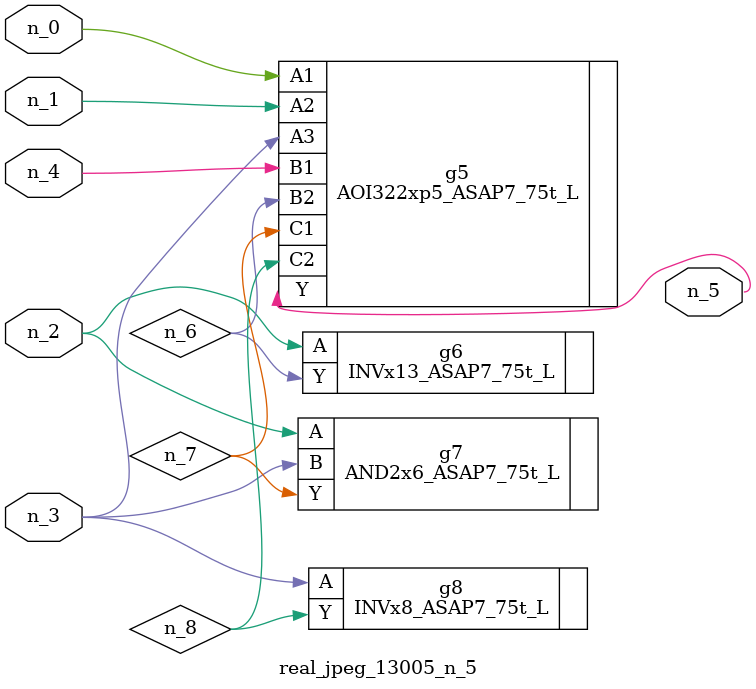
<source format=v>
module real_jpeg_13005_n_5 (n_4, n_0, n_1, n_2, n_3, n_5);

input n_4;
input n_0;
input n_1;
input n_2;
input n_3;

output n_5;

wire n_8;
wire n_6;
wire n_7;

AOI322xp5_ASAP7_75t_L g5 ( 
.A1(n_0),
.A2(n_1),
.A3(n_3),
.B1(n_4),
.B2(n_6),
.C1(n_7),
.C2(n_8),
.Y(n_5)
);

INVx13_ASAP7_75t_L g6 ( 
.A(n_2),
.Y(n_6)
);

AND2x6_ASAP7_75t_L g7 ( 
.A(n_2),
.B(n_3),
.Y(n_7)
);

INVx8_ASAP7_75t_L g8 ( 
.A(n_3),
.Y(n_8)
);


endmodule
</source>
